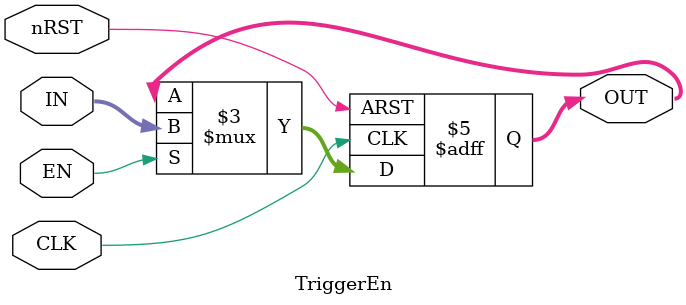
<source format=v>
`timescale 1ns / 1ps
`include "head.v"
module TriggerEn(
    input CLK,
    input EN,
    input [31:0] IN,
    input nRST,
    output reg [31:0] OUT
);
    always@(posedge CLK or negedge nRST) begin
        if (!nRST) begin
            OUT <= 32'b0;
        end else if (EN) begin
            OUT <= IN;
        end
    end
endmodule

</source>
